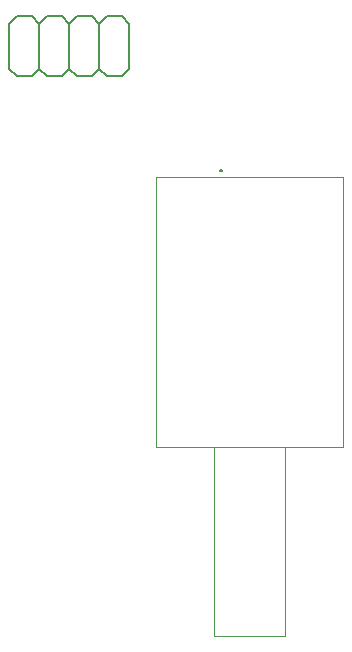
<source format=gto>
G75*
%MOIN*%
%OFA0B0*%
%FSLAX25Y25*%
%IPPOS*%
%LPD*%
%AMOC8*
5,1,8,0,0,1.08239X$1,22.5*
%
%ADD10C,0.00394*%
%ADD11C,0.00787*%
%ADD12C,0.00600*%
D10*
X0084201Y0089504D02*
X0084201Y0152496D01*
X0107799Y0152496D01*
X0107799Y0089504D01*
X0084201Y0089504D01*
X0064740Y0152496D02*
X0064740Y0242496D01*
X0127339Y0242496D01*
X0127339Y0152496D01*
X0064740Y0152496D01*
D11*
X0086394Y0244661D02*
X0086394Y0244661D01*
X0086394Y0244661D01*
X0086396Y0244634D01*
X0086401Y0244608D01*
X0086410Y0244583D01*
X0086423Y0244559D01*
X0086438Y0244537D01*
X0086457Y0244517D01*
X0086477Y0244500D01*
X0086500Y0244486D01*
X0086525Y0244475D01*
X0086551Y0244468D01*
X0086578Y0244464D01*
X0086604Y0244464D01*
X0086631Y0244468D01*
X0086657Y0244475D01*
X0086682Y0244486D01*
X0086705Y0244500D01*
X0086725Y0244517D01*
X0086744Y0244537D01*
X0086759Y0244559D01*
X0086772Y0244583D01*
X0086781Y0244608D01*
X0086786Y0244634D01*
X0086788Y0244661D01*
X0086787Y0244661D02*
X0086787Y0244661D01*
X0086788Y0244661D02*
X0086786Y0244688D01*
X0086781Y0244714D01*
X0086772Y0244739D01*
X0086759Y0244763D01*
X0086744Y0244785D01*
X0086725Y0244805D01*
X0086705Y0244822D01*
X0086682Y0244836D01*
X0086657Y0244847D01*
X0086631Y0244854D01*
X0086604Y0244858D01*
X0086578Y0244858D01*
X0086551Y0244854D01*
X0086525Y0244847D01*
X0086500Y0244836D01*
X0086477Y0244822D01*
X0086457Y0244805D01*
X0086438Y0244785D01*
X0086423Y0244763D01*
X0086410Y0244739D01*
X0086401Y0244714D01*
X0086396Y0244688D01*
X0086394Y0244661D01*
X0086396Y0244634D01*
X0086401Y0244608D01*
X0086410Y0244583D01*
X0086423Y0244559D01*
X0086438Y0244537D01*
X0086457Y0244517D01*
X0086477Y0244500D01*
X0086500Y0244486D01*
X0086525Y0244475D01*
X0086551Y0244468D01*
X0086578Y0244464D01*
X0086604Y0244464D01*
X0086631Y0244468D01*
X0086657Y0244475D01*
X0086682Y0244486D01*
X0086705Y0244500D01*
X0086725Y0244517D01*
X0086744Y0244537D01*
X0086759Y0244559D01*
X0086772Y0244583D01*
X0086781Y0244608D01*
X0086786Y0244634D01*
X0086788Y0244661D01*
D12*
X0053500Y0276000D02*
X0048500Y0276000D01*
X0046000Y0278500D01*
X0046000Y0293500D01*
X0043500Y0296000D01*
X0038500Y0296000D01*
X0036000Y0293500D01*
X0036000Y0278500D01*
X0033500Y0276000D01*
X0028500Y0276000D01*
X0026000Y0278500D01*
X0023500Y0276000D01*
X0018500Y0276000D01*
X0016000Y0278500D01*
X0016000Y0293500D01*
X0018500Y0296000D01*
X0023500Y0296000D01*
X0026000Y0293500D01*
X0026000Y0278500D01*
X0036000Y0278500D02*
X0038500Y0276000D01*
X0043500Y0276000D01*
X0046000Y0278500D01*
X0053500Y0276000D02*
X0056000Y0278500D01*
X0056000Y0293500D01*
X0053500Y0296000D01*
X0048500Y0296000D01*
X0046000Y0293500D01*
X0036000Y0293500D02*
X0033500Y0296000D01*
X0028500Y0296000D01*
X0026000Y0293500D01*
M02*

</source>
